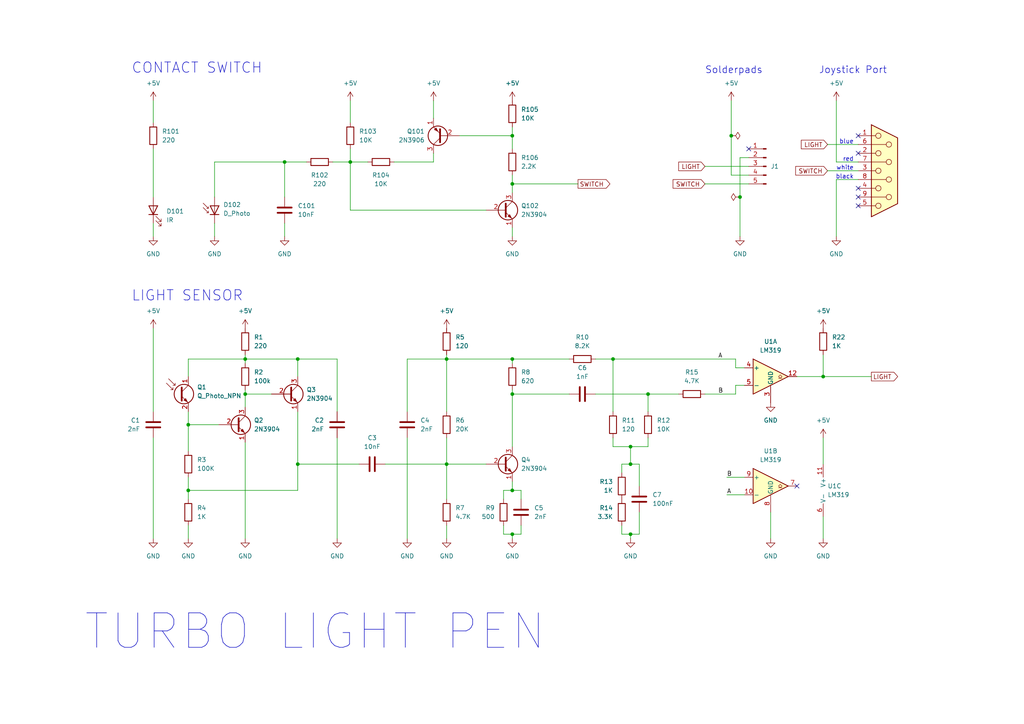
<source format=kicad_sch>
(kicad_sch (version 20230121) (generator eeschema)
  (paper "A4")
  (title_block (title "Turbo Light Pen") (date "2024-02-13") (rev "V001") (comment 1 "reverse engineered in 2024") (comment 2 "creativecommons.org/licenses/by-sa/4.0/") (comment 3 "License: CC BY-SA 4.0") (comment 4 "Author: InsaneDruid"))
  (lib_symbols
    (symbol "Comparator:LM319" (pin_names (offset 0.127))
      (property "Reference" "U" (at 0 6.35 0))
      (property "Value" "LM319" (at 0 3.81 0))
      (symbol "LM319_1_1"
        (polyline (pts (xy -5.08 5.08) (xy 5.08 0) (xy -5.08 -5.08) (xy -5.08 5.08) (xy -5.08 5.08)) (stroke (width 0.254)) (fill (type background)))
        (polyline (pts (xy 2.286 -0.508) (xy 2.794 -0.508) (xy 2.286 0) (xy 2.794 0.508) (xy 3.302 0) (xy 2.794 -0.508) (xy 3.302 -0.508)) (stroke (width 0.127)))
        (pin no_connect line (at 0 -2.54 90) (length 2.54) hide (name "NC") (number "1"))
        (pin open_collector line (at 7.62 0 180) (length 2.54) (name "~") (number "12"))
        (pin no_connect line (at 0 2.54 270) (length 2.54) hide (name "NC") (number "2"))
        (pin passive line (at 0 -7.62 90) (length 5.08) (name "GND") (number "3"))
        (pin input line (at -7.62 2.54 0) (length 2.54) (name "+") (number "4"))
        (pin input line (at -7.62 -2.54 0) (length 2.54) (name "-") (number "5"))
      )
      (symbol "LM319_2_1"
        (polyline (pts (xy -5.08 5.08) (xy 5.08 0) (xy -5.08 -5.08) (xy -5.08 5.08) (xy -5.08 5.08)) (stroke (width 0.254)) (fill (type background)))
        (polyline (pts (xy 3.302 -0.508) (xy 2.794 -0.508) (xy 3.302 0) (xy 2.794 0.508) (xy 2.286 0) (xy 2.794 -0.508) (xy 2.286 -0.508)) (stroke (width 0.127)))
        (pin input line (at -7.62 -2.54 0) (length 2.54) (name "-") (number "10"))
        (pin no_connect line (at 0 -2.54 90) (length 2.54) hide (name "NC") (number "13"))
        (pin no_connect line (at 0 2.54 270) (length 2.54) hide (name "NC") (number "14"))
        (pin open_collector line (at 7.62 0 180) (length 2.54) (name "~") (number "7"))
        (pin passive line (at 0 -7.62 90) (length 5.08) (name "GND") (number "8"))
        (pin input line (at -7.62 2.54 0) (length 2.54) (name "+") (number "9"))
      )
      (symbol "LM319_3_1"
        (pin power_in line (at -2.54 7.62 270) (length 3.81) (name "V+") (number "11"))
        (pin power_in line (at -2.54 -7.62 90) (length 3.81) (name "V-") (number "6"))
      )
    )
    (symbol "Connector:Conn_01x05_Pin" (pin_names (offset 1.016) hide)
      (property "Reference" "J" (at 0 7.62 0))
      (property "Value" "Conn_01x05_Pin" (at 0 -7.62 0))
      (symbol "Conn_01x05_Pin_1_1"
        (polyline (pts (xy 1.27 -5.08) (xy 0.8636 -5.08)) (stroke (width 0.1524)))
        (polyline (pts (xy 1.27 -2.54) (xy 0.8636 -2.54)) (stroke (width 0.1524)))
        (polyline (pts (xy 1.27 0) (xy 0.8636 0)) (stroke (width 0.1524)))
        (polyline (pts (xy 1.27 2.54) (xy 0.8636 2.54)) (stroke (width 0.1524)))
        (polyline (pts (xy 1.27 5.08) (xy 0.8636 5.08)) (stroke (width 0.1524)))
        (rectangle (start 0.8636 -4.953) (end 0 -5.207) (stroke (width 0.1524)) (fill (type outline)))
        (rectangle (start 0.8636 -2.413) (end 0 -2.667) (stroke (width 0.1524)) (fill (type outline)))
        (rectangle (start 0.8636 0.127) (end 0 -0.127) (stroke (width 0.1524)) (fill (type outline)))
        (rectangle (start 0.8636 2.667) (end 0 2.413) (stroke (width 0.1524)) (fill (type outline)))
        (rectangle (start 0.8636 5.207) (end 0 4.953) (stroke (width 0.1524)) (fill (type outline)))
        (pin passive line (at 5.08 5.08 180) (length 3.81) (name "Pin_1") (number "1"))
        (pin passive line (at 5.08 2.54 180) (length 3.81) (name "Pin_2") (number "2"))
        (pin passive line (at 5.08 0 180) (length 3.81) (name "Pin_3") (number "3"))
        (pin passive line (at 5.08 -2.54 180) (length 3.81) (name "Pin_4") (number "4"))
        (pin passive line (at 5.08 -5.08 180) (length 3.81) (name "Pin_5") (number "5"))
      )
    )
    (symbol "Connector:DE9_Receptacle" (pin_names (offset 1.016) hide)
      (property "Reference" "J" (at 0 13.97 0))
      (property "Value" "DE9_Receptacle" (at 0 -14.605 0))
      (symbol "DE9_Receptacle_0_1"
        (circle (center -1.778 -10.16) (radius 0.762))
        (circle (center -1.778 -5.08) (radius 0.762))
        (circle (center -1.778 0) (radius 0.762))
        (circle (center -1.778 5.08) (radius 0.762))
        (circle (center -1.778 10.16) (radius 0.762))
        (polyline (pts (xy -3.81 -10.16) (xy -2.54 -10.16)))
        (polyline (pts (xy -3.81 -7.62) (xy 0.508 -7.62)))
        (polyline (pts (xy -3.81 -5.08) (xy -2.54 -5.08)))
        (polyline (pts (xy -3.81 -2.54) (xy 0.508 -2.54)))
        (polyline (pts (xy -3.81 0) (xy -2.54 0)))
        (polyline (pts (xy -3.81 2.54) (xy 0.508 2.54)))
        (polyline (pts (xy -3.81 5.08) (xy -2.54 5.08)))
        (polyline (pts (xy -3.81 7.62) (xy 0.508 7.62)))
        (polyline (pts (xy -3.81 10.16) (xy -2.54 10.16)))
        (polyline (pts (xy -3.81 13.335) (xy -3.81 -13.335) (xy 3.81 -9.525) (xy 3.81 9.525) (xy -3.81 13.335)) (stroke (width 0.254)) (fill (type background)))
        (circle (center 1.27 -7.62) (radius 0.762))
        (circle (center 1.27 -2.54) (radius 0.762))
        (circle (center 1.27 2.54) (radius 0.762))
        (circle (center 1.27 7.62) (radius 0.762))
      )
      (symbol "DE9_Receptacle_1_1"
        (pin passive line (at -7.62 10.16 0) (length 3.81) (name "1") (number "1"))
        (pin passive line (at -7.62 5.08 0) (length 3.81) (name "2") (number "2"))
        (pin passive line (at -7.62 0 0) (length 3.81) (name "3") (number "3"))
        (pin passive line (at -7.62 -5.08 0) (length 3.81) (name "4") (number "4"))
        (pin passive line (at -7.62 -10.16 0) (length 3.81) (name "5") (number "5"))
        (pin passive line (at -7.62 7.62 0) (length 3.81) (name "6") (number "6"))
        (pin passive line (at -7.62 2.54 0) (length 3.81) (name "7") (number "7"))
        (pin passive line (at -7.62 -2.54 0) (length 3.81) (name "8") (number "8"))
        (pin passive line (at -7.62 -7.62 0) (length 3.81) (name "9") (number "9"))
      )
    )
    (symbol "Device:C" (pin_numbers hide) (pin_names (offset 0.254))
      (property "Reference" "C" (at 0.635 2.54 0))
      (property "Value" "C" (at 0.635 -2.54 0))
      (symbol "C_0_1"
        (polyline (pts (xy -2.032 -0.762) (xy 2.032 -0.762)) (stroke (width 0.508)))
        (polyline (pts (xy -2.032 0.762) (xy 2.032 0.762)) (stroke (width 0.508)))
      )
      (symbol "C_1_1"
        (pin passive line (at 0 3.81 270) (length 2.794) (name "~") (number "1"))
        (pin passive line (at 0 -3.81 90) (length 2.794) (name "~") (number "2"))
      )
    )
    (symbol "Device:D_Photo" (pin_numbers hide) (pin_names hide)
      (property "Reference" "D" (at 0.508 1.778 0))
      (property "Value" "D_Photo" (at -1.016 -2.794 0))
      (symbol "D_Photo_0_1"
        (polyline (pts (xy -2.54 1.27) (xy -2.54 -1.27)) (stroke (width 0.254)))
        (polyline (pts (xy -2.032 1.778) (xy -1.524 1.778)))
        (polyline (pts (xy 0 0) (xy -2.54 0)))
        (polyline (pts (xy -0.508 3.302) (xy -2.032 1.778) (xy -2.032 2.286)))
        (polyline (pts (xy 0 -1.27) (xy 0 1.27) (xy -2.54 0) (xy 0 -1.27)) (stroke (width 0.254)))
        (polyline (pts (xy 0.762 3.302) (xy -0.762 1.778) (xy -0.762 2.286) (xy -0.762 1.778) (xy -0.254 1.778)))
      )
      (symbol "D_Photo_1_1"
        (pin passive line (at -5.08 0 0) (length 2.54) (name "K") (number "1"))
        (pin passive line (at 2.54 0 180) (length 2.54) (name "A") (number "2"))
      )
    )
    (symbol "Device:LED" (pin_numbers hide) (pin_names (offset 1.016) hide)
      (property "Reference" "D" (at 0 2.54 0))
      (property "Value" "LED" (at 0 -2.54 0))
      (symbol "LED_0_1"
        (polyline (pts (xy -1.27 -1.27) (xy -1.27 1.27)) (stroke (width 0.254)))
        (polyline (pts (xy -1.27 0) (xy 1.27 0)))
        (polyline (pts (xy 1.27 -1.27) (xy 1.27 1.27) (xy -1.27 0) (xy 1.27 -1.27)) (stroke (width 0.254)))
        (polyline (pts (xy -3.048 -0.762) (xy -4.572 -2.286) (xy -3.81 -2.286) (xy -4.572 -2.286) (xy -4.572 -1.524)))
        (polyline (pts (xy -1.778 -0.762) (xy -3.302 -2.286) (xy -2.54 -2.286) (xy -3.302 -2.286) (xy -3.302 -1.524)))
      )
      (symbol "LED_1_1"
        (pin passive line (at -3.81 0 0) (length 2.54) (name "K") (number "1"))
        (pin passive line (at 3.81 0 180) (length 2.54) (name "A") (number "2"))
      )
    )
    (symbol "Device:Q_Photo_NPN" (pin_names (offset 0) hide)
      (property "Reference" "Q" (at 5.08 1.27 0))
      (property "Value" "Q_Photo_NPN" (at 5.08 -1.27 0))
      (symbol "Q_Photo_NPN_0_1"
        (polyline (pts (xy -1.905 1.27) (xy -2.54 1.27)))
        (polyline (pts (xy -1.27 2.54) (xy -1.905 2.54)))
        (polyline (pts (xy 0.635 0.635) (xy 2.54 2.54)))
        (polyline (pts (xy -3.81 3.175) (xy -1.905 1.27) (xy -1.905 1.905)))
        (polyline (pts (xy -3.175 4.445) (xy -1.27 2.54) (xy -1.27 3.175)))
        (polyline (pts (xy 0.635 -0.635) (xy 2.54 -2.54) (xy 2.54 -2.54)))
        (polyline (pts (xy 0.635 1.905) (xy 0.635 -1.905) (xy 0.635 -1.905)) (stroke (width 0.508)))
        (polyline (pts (xy 1.27 -1.778) (xy 1.778 -1.27) (xy 2.286 -2.286) (xy 1.27 -1.778) (xy 1.27 -1.778)) (fill (type outline)))
        (circle (center 1.27 0) (radius 2.8194) (stroke (width 0.254)))
      )
      (symbol "Q_Photo_NPN_1_1"
        (pin passive line (at 2.54 5.08 270) (length 2.54) (name "C") (number "1"))
        (pin passive line (at 2.54 -5.08 90) (length 2.54) (name "E") (number "2"))
      )
    )
    (symbol "Device:R" (pin_numbers hide) (pin_names (offset 0))
      (property "Reference" "R" (at 2.032 0 90))
      (property "Value" "R" (at 0 0 90))
      (symbol "R_0_1"
        (rectangle (start -1.016 -2.54) (end 1.016 2.54) (stroke (width 0.254)))
      )
      (symbol "R_1_1"
        (pin passive line (at 0 3.81 270) (length 1.27) (name "~") (number "1"))
        (pin passive line (at 0 -3.81 90) (length 1.27) (name "~") (number "2"))
      )
    )
    (symbol "Transistor_BJT:2N3904" (pin_names (offset 0) hide)
      (property "Reference" "Q" (at 5.08 1.905 0))
      (property "Value" "2N3904" (at 5.08 0 0))
      (symbol "2N3904_0_1"
        (polyline (pts (xy 0.635 0.635) (xy 2.54 2.54)))
        (polyline (pts (xy 0.635 -0.635) (xy 2.54 -2.54) (xy 2.54 -2.54)))
        (polyline (pts (xy 0.635 1.905) (xy 0.635 -1.905) (xy 0.635 -1.905)) (stroke (width 0.508)))
        (polyline (pts (xy 1.27 -1.778) (xy 1.778 -1.27) (xy 2.286 -2.286) (xy 1.27 -1.778) (xy 1.27 -1.778)) (fill (type outline)))
        (circle (center 1.27 0) (radius 2.8194) (stroke (width 0.254)))
      )
      (symbol "2N3904_1_1"
        (pin passive line (at 2.54 -5.08 90) (length 2.54) (name "E") (number "1"))
        (pin passive line (at -5.08 0 0) (length 5.715) (name "B") (number "2"))
        (pin passive line (at 2.54 5.08 270) (length 2.54) (name "C") (number "3"))
      )
    )
    (symbol "Transistor_BJT:2N3906" (pin_names (offset 0) hide)
      (property "Reference" "Q" (at 5.08 1.905 0))
      (property "Value" "2N3906" (at 5.08 0 0))
      (symbol "2N3906_0_1"
        (polyline (pts (xy 0.635 0.635) (xy 2.54 2.54)))
        (polyline (pts (xy 0.635 -0.635) (xy 2.54 -2.54) (xy 2.54 -2.54)))
        (polyline (pts (xy 0.635 1.905) (xy 0.635 -1.905) (xy 0.635 -1.905)) (stroke (width 0.508)))
        (polyline (pts (xy 2.286 -1.778) (xy 1.778 -2.286) (xy 1.27 -1.27) (xy 2.286 -1.778) (xy 2.286 -1.778)) (fill (type outline)))
        (circle (center 1.27 0) (radius 2.8194) (stroke (width 0.254)))
      )
      (symbol "2N3906_1_1"
        (pin passive line (at 2.54 -5.08 90) (length 2.54) (name "E") (number "1"))
        (pin input line (at -5.08 0 0) (length 5.715) (name "B") (number "2"))
        (pin passive line (at 2.54 5.08 270) (length 2.54) (name "C") (number "3"))
      )
    )
    (symbol "power:+5V" (power) (pin_names (offset 0))
      (property "Value" "+5V" (at 0 3.556 0))
      (symbol "+5V_0_1"
        (polyline (pts (xy -0.762 1.27) (xy 0 2.54)))
        (polyline (pts (xy 0 0) (xy 0 2.54)))
        (polyline (pts (xy 0 2.54) (xy 0.762 1.27)))
      )
      (symbol "+5V_1_1"
        (pin power_in line (at 0 0 90) (length 0) hide (name "+5V") (number "1"))
      )
    )
    (symbol "power:GND" (power) (pin_names (offset 0))
      (property "Value" "GND" (at 0 -3.81 0))
      (symbol "GND_0_1"
        (polyline (pts (xy 0 0) (xy 0 -1.27) (xy 1.27 -1.27) (xy 0 -2.54) (xy -1.27 -1.27) (xy 0 -1.27)))
      )
      (symbol "GND_1_1"
        (pin power_in line (at 0 0 270) (length 0) hide (name "GND") (number "1"))
      )
    )
    (symbol "power:PWR_FLAG" (power) (pin_numbers hide) (pin_names (offset 0) hide)
      (property "Value" "PWR_FLAG" (at 0 3.81 0))
      (symbol "PWR_FLAG_0_0"
        (pin power_out line (at 0 0 90) (length 0) (name "pwr") (number "1"))
      )
      (symbol "PWR_FLAG_0_1"
        (polyline (pts (xy 0 0) (xy 0 1.27) (xy -1.016 1.905) (xy 0 2.54) (xy 1.016 1.905) (xy 0 1.27)))
      )
    )
  )
  (junction (at 148.59 154.94))
  (junction (at 129.54 134.62))
  (junction (at 212.09 39.37))
  (junction (at 182.88 129.54))
  (junction (at 214.63 57.15))
  (junction (at 187.96 114.3))
  (junction (at 148.59 142.24))
  (junction (at 54.61 123.19))
  (junction (at 148.59 53.34))
  (junction (at 182.88 134.62))
  (junction (at 82.55 46.99))
  (junction (at 177.8 104.14))
  (junction (at 129.54 104.14))
  (junction (at 182.88 154.94))
  (junction (at 148.59 39.37))
  (junction (at 71.12 114.3))
  (junction (at 86.36 104.14))
  (junction (at 71.12 104.14))
  (junction (at 148.59 104.14))
  (junction (at 148.59 114.3))
  (junction (at 238.76 109.22))
  (junction (at 86.36 134.62))
  (junction (at 101.6 46.99))
  (junction (at 54.61 142.24))
  (no_connect (at 248.92 59.69))
  (no_connect (at 231.14 140.97))
  (no_connect (at 248.92 57.15))
  (no_connect (at 217.17 43.18))
  (no_connect (at 248.92 39.37))
  (no_connect (at 248.92 44.45))
  (no_connect (at 248.92 54.61))
  (wire (pts (xy 71.12 104.14) (xy 71.12 105.41)))
  (wire (pts (xy 180.34 152.4) (xy 180.34 154.94)))
  (wire (pts (xy 82.55 64.77) (xy 82.55 68.58)))
  (wire (pts (xy 82.55 46.99) (xy 82.55 57.15)))
  (wire (pts (xy 238.76 156.21) (xy 238.76 149.86)))
  (wire (pts (xy 54.61 119.38) (xy 54.61 123.19)))
  (wire (pts (xy 213.36 111.76) (xy 213.36 114.3)))
  (wire (pts (xy 101.6 46.99) (xy 106.68 46.99)))
  (wire (pts (xy 148.59 114.3) (xy 148.59 129.54)))
  (wire (pts (xy 177.8 127) (xy 177.8 129.54)))
  (wire (pts (xy 129.54 134.62) (xy 140.97 134.62)))
  (wire (pts (xy 182.88 154.94) (xy 185.42 154.94)))
  (wire (pts (xy 97.79 104.14) (xy 97.79 119.38)))
  (wire (pts (xy 71.12 156.21) (xy 71.12 128.27)))
  (wire (pts (xy 71.12 114.3) (xy 71.12 118.11)))
  (wire (pts (xy 180.34 154.94) (xy 182.88 154.94)))
  (wire (pts (xy 187.96 127) (xy 187.96 129.54)))
  (wire (pts (xy 177.8 104.14) (xy 177.8 119.38)))
  (wire (pts (xy 97.79 104.14) (xy 86.36 104.14)))
  (wire (pts (xy 148.59 154.94) (xy 151.13 154.94)))
  (wire (pts (xy 118.11 104.14) (xy 118.11 119.38)))
  (wire (pts (xy 86.36 104.14) (xy 86.36 109.22)))
  (wire (pts (xy 129.54 102.87) (xy 129.54 104.14)))
  (wire (pts (xy 148.59 113.03) (xy 148.59 114.3)))
  (wire (pts (xy 148.59 104.14) (xy 165.1 104.14)))
  (wire (pts (xy 44.45 64.77) (xy 44.45 68.58)))
  (wire (pts (xy 125.73 29.21) (xy 125.73 34.29)))
  (wire (pts (xy 148.59 36.83) (xy 148.59 39.37)))
  (wire (pts (xy 185.42 148.59) (xy 185.42 154.94)))
  (wire (pts (xy 231.14 109.22) (xy 238.76 109.22)))
  (wire (pts (xy 172.72 114.3) (xy 187.96 114.3)))
  (wire (pts (xy 242.57 29.21) (xy 242.57 46.99)))
  (wire (pts (xy 210.82 143.51) (xy 215.9 143.51)))
  (wire (pts (xy 54.61 138.43) (xy 54.61 142.24)))
  (wire (pts (xy 214.63 45.72) (xy 217.17 45.72)))
  (wire (pts (xy 177.8 104.14) (xy 213.36 104.14)))
  (wire (pts (xy 54.61 142.24) (xy 86.36 142.24)))
  (wire (pts (xy 96.52 46.99) (xy 101.6 46.99)))
  (wire (pts (xy 212.09 50.8) (xy 212.09 39.37)))
  (wire (pts (xy 223.52 148.59) (xy 223.52 156.21)))
  (wire (pts (xy 148.59 104.14) (xy 148.59 105.41)))
  (wire (pts (xy 240.03 41.91) (xy 248.92 41.91)))
  (wire (pts (xy 54.61 104.14) (xy 71.12 104.14)))
  (wire (pts (xy 151.13 142.24) (xy 151.13 144.78)))
  (wire (pts (xy 214.63 68.58) (xy 214.63 57.15)))
  (wire (pts (xy 212.09 29.21) (xy 212.09 39.37)))
  (wire (pts (xy 172.72 104.14) (xy 177.8 104.14)))
  (wire (pts (xy 213.36 111.76) (xy 215.9 111.76)))
  (wire (pts (xy 204.47 53.34) (xy 217.17 53.34)))
  (wire (pts (xy 101.6 43.18) (xy 101.6 46.99)))
  (wire (pts (xy 129.54 134.62) (xy 129.54 144.78)))
  (wire (pts (xy 210.82 138.43) (xy 215.9 138.43)))
  (wire (pts (xy 182.88 154.94) (xy 182.88 156.21)))
  (wire (pts (xy 129.54 104.14) (xy 148.59 104.14)))
  (wire (pts (xy 129.54 104.14) (xy 129.54 119.38)))
  (wire (pts (xy 54.61 123.19) (xy 54.61 130.81)))
  (wire (pts (xy 101.6 46.99) (xy 101.6 60.96)))
  (wire (pts (xy 146.05 142.24) (xy 148.59 142.24)))
  (wire (pts (xy 44.45 43.18) (xy 44.45 57.15)))
  (wire (pts (xy 71.12 113.03) (xy 71.12 114.3)))
  (wire (pts (xy 148.59 142.24) (xy 151.13 142.24)))
  (wire (pts (xy 213.36 106.68) (xy 215.9 106.68)))
  (wire (pts (xy 212.09 50.8) (xy 217.17 50.8)))
  (wire (pts (xy 44.45 119.38) (xy 44.45 95.25)))
  (wire (pts (xy 242.57 52.07) (xy 242.57 68.58)))
  (wire (pts (xy 214.63 45.72) (xy 214.63 57.15)))
  (wire (pts (xy 78.74 114.3) (xy 71.12 114.3)))
  (wire (pts (xy 86.36 134.62) (xy 86.36 142.24)))
  (wire (pts (xy 204.47 114.3) (xy 213.36 114.3)))
  (wire (pts (xy 82.55 46.99) (xy 88.9 46.99)))
  (wire (pts (xy 71.12 102.87) (xy 71.12 104.14)))
  (wire (pts (xy 187.96 114.3) (xy 187.96 119.38)))
  (wire (pts (xy 151.13 152.4) (xy 151.13 154.94)))
  (wire (pts (xy 182.88 134.62) (xy 185.42 134.62)))
  (wire (pts (xy 180.34 134.62) (xy 180.34 137.16)))
  (wire (pts (xy 62.23 64.77) (xy 62.23 68.58)))
  (wire (pts (xy 248.92 46.99) (xy 242.57 46.99)))
  (wire (pts (xy 177.8 129.54) (xy 182.88 129.54)))
  (wire (pts (xy 86.36 134.62) (xy 86.36 119.38)))
  (wire (pts (xy 146.05 154.94) (xy 148.59 154.94)))
  (wire (pts (xy 238.76 109.22) (xy 252.73 109.22)))
  (wire (pts (xy 125.73 44.45) (xy 125.73 46.99)))
  (wire (pts (xy 118.11 127) (xy 118.11 156.21)))
  (wire (pts (xy 146.05 142.24) (xy 146.05 144.78)))
  (wire (pts (xy 54.61 109.22) (xy 54.61 104.14)))
  (wire (pts (xy 148.59 50.8) (xy 148.59 53.34)))
  (wire (pts (xy 62.23 46.99) (xy 82.55 46.99)))
  (wire (pts (xy 86.36 134.62) (xy 104.14 134.62)))
  (wire (pts (xy 238.76 102.87) (xy 238.76 109.22)))
  (wire (pts (xy 133.35 39.37) (xy 148.59 39.37)))
  (wire (pts (xy 185.42 134.62) (xy 185.42 140.97)))
  (wire (pts (xy 148.59 53.34) (xy 167.64 53.34)))
  (wire (pts (xy 62.23 46.99) (xy 62.23 57.15)))
  (wire (pts (xy 148.59 114.3) (xy 165.1 114.3)))
  (wire (pts (xy 129.54 156.21) (xy 129.54 152.4)))
  (wire (pts (xy 148.59 66.04) (xy 148.59 68.58)))
  (wire (pts (xy 248.92 52.07) (xy 242.57 52.07)))
  (wire (pts (xy 54.61 123.19) (xy 63.5 123.19)))
  (wire (pts (xy 114.3 46.99) (xy 125.73 46.99)))
  (wire (pts (xy 204.47 48.26) (xy 217.17 48.26)))
  (wire (pts (xy 101.6 60.96) (xy 140.97 60.96)))
  (wire (pts (xy 111.76 134.62) (xy 129.54 134.62)))
  (wire (pts (xy 97.79 127) (xy 97.79 156.21)))
  (wire (pts (xy 240.03 49.53) (xy 248.92 49.53)))
  (wire (pts (xy 182.88 129.54) (xy 182.88 134.62)))
  (wire (pts (xy 148.59 139.7) (xy 148.59 142.24)))
  (wire (pts (xy 238.76 127) (xy 238.76 134.62)))
  (wire (pts (xy 129.54 127) (xy 129.54 134.62)))
  (wire (pts (xy 44.45 29.21) (xy 44.45 35.56)))
  (wire (pts (xy 54.61 142.24) (xy 54.61 144.78)))
  (wire (pts (xy 101.6 29.21) (xy 101.6 35.56)))
  (wire (pts (xy 180.34 134.62) (xy 182.88 134.62)))
  (wire (pts (xy 146.05 152.4) (xy 146.05 154.94)))
  (wire (pts (xy 148.59 39.37) (xy 148.59 43.18)))
  (wire (pts (xy 148.59 55.88) (xy 148.59 53.34)))
  (wire (pts (xy 118.11 104.14) (xy 129.54 104.14)))
  (wire (pts (xy 86.36 104.14) (xy 71.12 104.14)))
  (wire (pts (xy 148.59 154.94) (xy 148.59 156.21)))
  (wire (pts (xy 213.36 104.14) (xy 213.36 106.68)))
  (wire (pts (xy 54.61 156.21) (xy 54.61 152.4)))
  (wire (pts (xy 187.96 114.3) (xy 196.85 114.3)))
  (wire (pts (xy 44.45 127) (xy 44.45 156.21)))
  (wire (pts (xy 182.88 129.54) (xy 187.96 129.54)))
  (text "black" (at 247.65 52.07 0) (effects (font (size 1.27 1.27)) (justify right bottom)))
  (text "Joystick Port" (at 237.49 21.59 0) (effects (font (size 2 2)) (justify left bottom)))
  (text "TURBO LIGHT PEN" (at 24.13 189.23 0) (effects (font (size 10 10)) (justify left bottom)))
  (text "white" (at 247.65 49.53 0) (effects (font (size 1.27 1.27)) (justify right bottom)))
  (text "red" (at 247.65 46.99 0) (effects (font (size 1.27 1.27)) (justify right bottom)))
  (text "blue" (at 247.65 41.91 0) (effects (font (size 1.27 1.27)) (justify right bottom)))
  (text "CONTACT SWITCH" (at 38.1 21.59 0) (effects (font (size 3 3)) (justify left bottom)))
  (text "LIGHT SENSOR" (at 38.1 87.63 0) (effects (font (size 3 3)) (justify left bottom)))
  (text "Solderpads" (at 204.47 21.59 0) (effects (font (size 2 2)) (justify left bottom)))
  (label "A" (at 210.82 143.51 0))
  (label "B" (at 210.82 138.43 0))
  (label "B" (at 208.28 114.3 0))
  (label "A" (at 208.28 104.14 0))
  (global_label "SWITCH" (shape output) (at 167.64 53.34 0) (property "Intersheetrefs" "${INTERSHEET_REFS}" (effects hide)))
  (global_label "LIGHT" (shape input) (at 204.47 48.26 180) (property "Intersheetrefs" "${INTERSHEET_REFS}" (effects hide)))
  (global_label "LIGHT" (shape output) (at 252.73 109.22 0) (property "Intersheetrefs" "${INTERSHEET_REFS}" (effects hide)))
  (global_label "LIGHT" (shape input) (at 240.03 41.91 180) (property "Intersheetrefs" "${INTERSHEET_REFS}" (effects hide)))
  (global_label "SWITCH" (shape input) (at 204.47 53.34 180) (property "Intersheetrefs" "${INTERSHEET_REFS}" (effects hide)))
  (global_label "SWITCH" (shape input) (at 240.03 49.53 180) (property "Intersheetrefs" "${INTERSHEET_REFS}" (effects hide)))
  (symbol (lib_id "power:GND") (at 44.45 156.21 0) (unit 1)
    (property "Reference" "#PWR02" (effects hide))
    (property "Value" "GND" (at 44.45 161.29 0))
  )
  (symbol (lib_id "Device:R") (at 238.76 99.06 0) (unit 1)
    (property "Reference" "R22" (at 241.3 97.79 0) (effects (justify left)))
    (property "Value" "1K" (at 241.3 100.33 0) (effects (justify left)))
    (property "Footprint" "turbo-lightpen_lib_fp:R_Axial_DIN0204_L3.6mm_D1.6mm_P7.62mm_Horizontal" (effects hide))
  )
  (symbol (lib_id "power:GND") (at 242.57 68.58 0) (unit 1)
    (property "Reference" "#PWR027" (effects hide))
    (property "Value" "GND" (at 242.57 73.66 0))
  )
  (symbol (lib_id "power:+5V") (at 129.54 95.25 0) (unit 1)
    (property "Reference" "#PWR015" (effects hide))
    (property "Value" "+5V" (at 129.54 90.17 0))
  )
  (symbol (lib_id "Transistor_BJT:2N3904") (at 68.58 123.19 0) (unit 1)
    (property "Reference" "Q2" (at 73.66 121.92 0) (effects (justify left)))
    (property "Value" "2N3904" (at 73.66 124.46 0) (effects (justify left)))
    (property "Footprint" "turbo-lightpen_lib_fp:TO-92_Inline" (effects hide))
    (property "Datasheet" "https://www.onsemi.com/pub/Collateral/2N3903-D.PDF" (effects hide))
  )
  (symbol (lib_id "power:+5V") (at 44.45 29.21 0) (unit 1)
    (property "Reference" "#PWR03" (effects hide))
    (property "Value" "+5V" (at 44.45 24.13 0))
  )
  (symbol (lib_id "power:GND") (at 223.52 116.84 0) (unit 1)
    (property "Reference" "#PWR020" (effects hide))
    (property "Value" "GND" (at 223.52 121.92 0))
  )
  (symbol (lib_id "Device:R") (at 177.8 123.19 0) (unit 1)
    (property "Reference" "R11" (at 180.34 121.92 0) (effects (justify left)))
    (property "Value" "120" (at 180.34 124.46 0) (effects (justify left)))
    (property "Footprint" "turbo-lightpen_lib_fp:R_Axial_DIN0204_L3.6mm_D1.6mm_P7.62mm_Horizontal" (effects hide))
  )
  (symbol (lib_id "power:PWR_FLAG") (at 212.09 39.37 270) (unit 1)
    (property "Reference" "#FLG02" (effects hide))
    (property "Value" "PWR_FLAG" (effects hide))
  )
  (symbol (lib_id "Device:R") (at 54.61 148.59 0) (unit 1)
    (property "Reference" "R4" (at 57.15 147.32 0) (effects (justify left)))
    (property "Value" "1K" (at 57.15 149.86 0) (effects (justify left)))
    (property "Footprint" "turbo-lightpen_lib_fp:R_Axial_DIN0204_L3.6mm_D1.6mm_P7.62mm_Horizontal" (effects hide))
  )
  (symbol (lib_id "Comparator:LM319") (at 223.52 109.22 0) (unit 1)
    (property "Reference" "U1" (at 223.52 99.06 0))
    (property "Value" "LM319" (at 223.52 101.6 0))
    (property "Footprint" "turbo-lightpen_lib_fp:DIP-14_W7.62mm" (effects hide))
    (property "Datasheet" "http://www.ti.com/lit/ds/symlink/lm319-n.pdf" (effects hide))
  )
  (symbol (lib_id "Device:R") (at 92.71 46.99 90) (unit 1)
    (property "Reference" "R102" (at 92.71 50.8 90))
    (property "Value" "220" (at 92.71 53.34 90))
    (property "Footprint" "turbo-lightpen_lib_fp:R_Axial_DIN0204_L3.6mm_D1.6mm_P7.62mm_Horizontal" (effects hide))
  )
  (symbol (lib_id "power:+5V") (at 125.73 29.21 0) (unit 1)
    (property "Reference" "#PWR011" (effects hide))
    (property "Value" "+5V" (at 125.73 24.13 0))
  )
  (symbol (lib_id "power:+5V") (at 238.76 95.25 0) (unit 1)
    (property "Reference" "#PWR021" (effects hide))
    (property "Value" "+5V" (at 238.76 90.17 0))
  )
  (symbol (lib_id "power:GND") (at 62.23 68.58 0) (unit 1)
    (property "Reference" "#PWR06" (effects hide))
    (property "Value" "GND" (at 62.23 73.66 0))
  )
  (symbol (lib_id "Comparator:LM319") (at 223.52 140.97 0) (unit 2)
    (property "Reference" "U1" (at 223.52 130.81 0))
    (property "Value" "LM319" (at 223.52 133.35 0))
    (property "Footprint" "turbo-lightpen_lib_fp:DIP-14_W7.62mm" (effects hide))
    (property "Datasheet" "http://www.ti.com/lit/ds/symlink/lm319-n.pdf" (effects hide))
  )
  (symbol (lib_id "Device:R") (at 200.66 114.3 90) (unit 1)
    (property "Reference" "R15" (at 200.66 107.95 90))
    (property "Value" "4.7K" (at 200.66 110.49 90))
    (property "Footprint" "turbo-lightpen_lib_fp:R_Axial_DIN0204_L3.6mm_D1.6mm_P7.62mm_Horizontal" (effects hide))
  )
  (symbol (lib_id "power:GND") (at 148.59 68.58 0) (unit 1)
    (property "Reference" "#PWR014" (effects hide))
    (property "Value" "GND" (at 148.59 73.66 0))
  )
  (symbol (lib_id "Device:R") (at 187.96 123.19 0) (unit 1)
    (property "Reference" "R12" (at 190.5 121.92 0) (effects (justify left)))
    (property "Value" "10K" (at 190.5 124.46 0) (effects (justify left)))
    (property "Footprint" "turbo-lightpen_lib_fp:R_Axial_DIN0204_L3.6mm_D1.6mm_P7.62mm_Horizontal" (effects hide))
  )
  (symbol (lib_id "Transistor_BJT:2N3904") (at 146.05 60.96 0) (unit 1)
    (property "Reference" "Q102" (at 151.13 59.69 0) (effects (justify left)))
    (property "Value" "2N3904" (at 151.13 62.23 0) (effects (justify left)))
    (property "Footprint" "turbo-lightpen_lib_fp:TO-92_Inline" (effects hide))
    (property "Datasheet" "https://www.onsemi.com/pub/Collateral/2N3903-D.PDF" (effects hide))
  )
  (symbol (lib_id "Device:C") (at 107.95 134.62 90) (unit 1)
    (property "Reference" "C3" (at 107.95 127 90))
    (property "Value" "10nF" (at 107.95 129.54 90))
    (property "Footprint" "Capacitor_THT:C_Disc_D3.0mm_W1.6mm_P2.50mm" (effects hide))
  )
  (symbol (lib_id "power:GND") (at 223.52 156.21 0) (unit 1)
    (property "Reference" "#PWR019" (effects hide))
    (property "Value" "GND" (at 223.52 161.29 0))
  )
  (symbol (lib_id "power:+5V") (at 148.59 29.21 0) (unit 1)
    (property "Reference" "#PWR013" (effects hide))
    (property "Value" "+5V" (at 148.59 24.13 0))
  )
  (symbol (lib_id "power:+5V") (at 101.6 29.21 0) (unit 1)
    (property "Reference" "#PWR09" (effects hide))
    (property "Value" "+5V" (at 101.6 24.13 0))
  )
  (symbol (lib_id "Device:R") (at 180.34 140.97 0) (unit 1)
    (property "Reference" "R13" (at 177.8 139.7 0) (effects (justify right)))
    (property "Value" "1K" (at 177.8 142.24 0) (effects (justify right)))
    (property "Footprint" "turbo-lightpen_lib_fp:R_Axial_DIN0204_L3.6mm_D1.6mm_P7.62mm_Horizontal" (effects hide))
  )
  (symbol (lib_id "Device:R") (at 101.6 39.37 0) (unit 1)
    (property "Reference" "R103" (at 104.14 38.1 0) (effects (justify left)))
    (property "Value" "10K" (at 104.14 40.64 0) (effects (justify left)))
    (property "Footprint" "turbo-lightpen_lib_fp:R_Axial_DIN0204_L3.6mm_D1.6mm_P7.62mm_Horizontal" (effects hide))
  )
  (symbol (lib_id "Transistor_BJT:2N3904") (at 83.82 114.3 0) (unit 1)
    (property "Reference" "Q3" (at 88.9 113.03 0) (effects (justify left)))
    (property "Value" "2N3904" (at 88.9 115.57 0) (effects (justify left)))
    (property "Footprint" "turbo-lightpen_lib_fp:TO-92_Inline" (effects hide))
    (property "Datasheet" "https://www.onsemi.com/pub/Collateral/2N3903-D.PDF" (effects hide))
  )
  (symbol (lib_id "power:+5V") (at 71.12 95.25 0) (unit 1)
    (property "Reference" "#PWR024" (effects hide))
    (property "Value" "+5V" (at 71.12 90.17 0))
  )
  (symbol (lib_id "Device:R") (at 129.54 123.19 0) (unit 1)
    (property "Reference" "R6" (at 132.08 121.92 0) (effects (justify left)))
    (property "Value" "20K" (at 132.08 124.46 0) (effects (justify left)))
    (property "Footprint" "turbo-lightpen_lib_fp:R_Axial_DIN0204_L3.6mm_D1.6mm_P7.62mm_Horizontal" (effects hide))
  )
  (symbol (lib_id "power:GND") (at 71.12 156.21 0) (unit 1)
    (property "Reference" "#PWR07" (effects hide))
    (property "Value" "GND" (at 71.12 161.29 0))
  )
  (symbol (lib_id "Comparator:LM319") (at 241.3 142.24 0) (unit 3)
    (property "Reference" "U1" (at 240.03 140.97 0) (effects (justify left)))
    (property "Value" "LM319" (at 240.03 143.51 0) (effects (justify left)))
    (property "Footprint" "turbo-lightpen_lib_fp:DIP-14_W7.62mm" (effects hide))
    (property "Datasheet" "http://www.ti.com/lit/ds/symlink/lm319-n.pdf" (effects hide))
  )
  (symbol (lib_id "Device:D_Photo") (at 62.23 59.69 90) (unit 1)
    (property "Reference" "D102" (at 64.77 59.3725 90) (effects (justify right)))
    (property "Value" "D_Photo" (at 64.77 61.9125 90) (effects (justify right)))
    (property "Footprint" "LED_THT:LED_Rectangular_W3.0mm_H2.0mm" (effects hide))
  )
  (symbol (lib_id "power:+5V") (at 238.76 127 0) (unit 1)
    (property "Reference" "#PWR022" (effects hide))
    (property "Value" "+5V" (at 238.76 121.92 0))
  )
  (symbol (lib_id "power:GND") (at 54.61 156.21 0) (unit 1)
    (property "Reference" "#PWR05" (effects hide))
    (property "Value" "GND" (at 54.61 161.29 0))
  )
  (symbol (lib_id "Device:C") (at 44.45 123.19 0) (mirror x) (unit 1)
    (property "Reference" "C1" (at 40.64 121.92 0) (effects (justify right)))
    (property "Value" "2nF" (at 40.64 124.46 0) (effects (justify right)))
    (property "Footprint" "Capacitor_THT:C_Disc_D3.0mm_W1.6mm_P2.50mm" (effects hide))
  )
  (symbol (lib_id "Device:R") (at 146.05 148.59 0) (unit 1)
    (property "Reference" "R9" (at 143.51 147.32 0) (effects (justify right)))
    (property "Value" "500" (at 143.51 149.86 0) (effects (justify right)))
    (property "Footprint" "turbo-lightpen_lib_fp:R_Axial_DIN0204_L3.6mm_D1.6mm_P7.62mm_Horizontal" (effects hide))
  )
  (symbol (lib_id "Device:C") (at 82.55 60.96 0) (unit 1)
    (property "Reference" "C101" (at 86.36 59.69 0) (effects (justify left)))
    (property "Value" "10nF" (at 86.36 62.23 0) (effects (justify left)))
    (property "Footprint" "Capacitor_THT:C_Disc_D3.0mm_W1.6mm_P2.50mm" (effects hide))
  )
  (symbol (lib_id "Device:R") (at 129.54 148.59 0) (unit 1)
    (property "Reference" "R7" (at 132.08 147.32 0) (effects (justify left)))
    (property "Value" "4.7K" (at 132.08 149.86 0) (effects (justify left)))
    (property "Footprint" "turbo-lightpen_lib_fp:R_Axial_DIN0204_L3.6mm_D1.6mm_P7.62mm_Horizontal" (effects hide))
  )
  (symbol (lib_id "Transistor_BJT:2N3904") (at 146.05 134.62 0) (unit 1)
    (property "Reference" "Q4" (at 151.13 133.35 0) (effects (justify left)))
    (property "Value" "2N3904" (at 151.13 135.89 0) (effects (justify left)))
    (property "Footprint" "turbo-lightpen_lib_fp:TO-92_Inline" (effects hide))
    (property "Datasheet" "https://www.onsemi.com/pub/Collateral/2N3903-D.PDF" (effects hide))
  )
  (symbol (lib_id "Connector:Conn_01x05_Pin") (at 222.25 48.26 0) (mirror y) (unit 1) (in_bom no)
    (property "Reference" "J1" (at 223.52 48.26 0) (effects (justify right)))
    (property "Value" "Conn_01x05_Pin" (effects hide))
    (property "Footprint" "turbo-lightpen_lib_fp:Cablepad_01x05" (effects hide))
  )
  (symbol (lib_id "Connector:DE9_Receptacle") (at 256.54 49.53 0) (unit 1) (in_bom no) (on_board no)
    (property "Reference" "J2" (effects hide))
    (property "Value" "Joystick Cable" (effects hide))
    (property "Datasheet" " ~" (effects hide))
  )
  (symbol (lib_id "power:GND") (at 44.45 68.58 0) (unit 1)
    (property "Reference" "#PWR04" (effects hide))
    (property "Value" "GND" (at 44.45 73.66 0))
  )
  (symbol (lib_id "power:GND") (at 182.88 156.21 0) (unit 1)
    (property "Reference" "#PWR017" (effects hide))
    (property "Value" "GND" (at 182.88 161.29 0))
  )
  (symbol (lib_id "Device:R") (at 168.91 104.14 90) (unit 1)
    (property "Reference" "R10" (at 168.91 97.79 90))
    (property "Value" "8.2K" (at 168.91 100.33 90))
    (property "Footprint" "turbo-lightpen_lib_fp:R_Axial_DIN0204_L3.6mm_D1.6mm_P7.62mm_Horizontal" (effects hide))
  )
  (symbol (lib_id "power:PWR_FLAG") (at 214.63 57.15 90) (unit 1)
    (property "Reference" "#FLG01" (effects hide))
    (property "Value" "PWR_FLAG" (effects hide))
  )
  (symbol (lib_id "Device:R") (at 44.45 39.37 0) (unit 1)
    (property "Reference" "R101" (at 46.99 38.1 0) (effects (justify left)))
    (property "Value" "220" (at 46.99 40.64 0) (effects (justify left)))
    (property "Footprint" "turbo-lightpen_lib_fp:R_Axial_DIN0204_L3.6mm_D1.6mm_P7.62mm_Horizontal" (effects hide))
  )
  (symbol (lib_id "Device:R") (at 148.59 33.02 0) (unit 1)
    (property "Reference" "R105" (at 151.13 31.75 0) (effects (justify left)))
    (property "Value" "10K" (at 151.13 34.29 0) (effects (justify left)))
    (property "Footprint" "turbo-lightpen_lib_fp:R_Axial_DIN0204_L3.6mm_D1.6mm_P7.62mm_Horizontal" (effects hide))
  )
  (symbol (lib_id "Transistor_BJT:2N3906") (at 128.27 39.37 180) (unit 1)
    (property "Reference" "Q101" (at 123.19 38.1 0) (effects (justify left)))
    (property "Value" "2N3906" (at 123.19 40.64 0) (effects (justify left)))
    (property "Footprint" "turbo-lightpen_lib_fp:TO-92_Inline" (effects hide))
    (property "Datasheet" "https://www.onsemi.com/pub/Collateral/2N3906-D.PDF" (effects hide))
  )
  (symbol (lib_id "power:+5V") (at 212.09 29.21 0) (unit 1)
    (property "Reference" "#PWR025" (effects hide))
    (property "Value" "+5V" (at 212.09 24.13 0))
  )
  (symbol (lib_id "Device:C") (at 151.13 148.59 0) (unit 1)
    (property "Reference" "C5" (at 154.94 147.32 0) (effects (justify left)))
    (property "Value" "2nF" (at 154.94 149.86 0) (effects (justify left)))
    (property "Footprint" "Capacitor_THT:C_Disc_D3.0mm_W1.6mm_P2.50mm" (effects hide))
  )
  (symbol (lib_id "power:+5V") (at 242.57 29.21 0) (unit 1)
    (property "Reference" "#PWR028" (effects hide))
    (property "Value" "+5V" (at 242.57 24.13 0))
  )
  (symbol (lib_id "Device:R") (at 180.34 148.59 0) (unit 1)
    (property "Reference" "R14" (at 177.8 147.32 0) (effects (justify right)))
    (property "Value" "3.3K" (at 177.8 149.86 0) (effects (justify right)))
    (property "Footprint" "turbo-lightpen_lib_fp:R_Axial_DIN0204_L3.6mm_D1.6mm_P7.62mm_Horizontal" (effects hide))
  )
  (symbol (lib_id "Device:R") (at 129.54 99.06 0) (unit 1)
    (property "Reference" "R5" (at 132.08 97.79 0) (effects (justify left)))
    (property "Value" "120" (at 132.08 100.33 0) (effects (justify left)))
    (property "Footprint" "turbo-lightpen_lib_fp:R_Axial_DIN0204_L3.6mm_D1.6mm_P7.62mm_Horizontal" (effects hide))
  )
  (symbol (lib_id "Device:LED") (at 44.45 60.96 90) (unit 1)
    (property "Reference" "D101" (at 48.26 61.2775 90) (effects (justify right)))
    (property "Value" "IR" (at 48.26 63.8175 90) (effects (justify right)))
    (property "Footprint" "LED_THT:LED_Rectangular_W3.0mm_H2.0mm" (effects hide))
  )
  (symbol (lib_id "Device:C") (at 168.91 114.3 90) (unit 1)
    (property "Reference" "C6" (at 168.91 106.68 90))
    (property "Value" "1nF" (at 168.91 109.22 90))
    (property "Footprint" "Capacitor_THT:C_Disc_D3.0mm_W1.6mm_P2.50mm" (effects hide))
  )
  (symbol (lib_id "power:GND") (at 238.76 156.21 0) (unit 1)
    (property "Reference" "#PWR023" (effects hide))
    (property "Value" "GND" (at 238.76 161.29 0))
  )
  (symbol (lib_id "power:GND") (at 82.55 68.58 0) (unit 1)
    (property "Reference" "#PWR08" (effects hide))
    (property "Value" "GND" (at 82.55 73.66 0))
  )
  (symbol (lib_id "Device:C") (at 185.42 144.78 0) (unit 1)
    (property "Reference" "C7" (at 189.23 143.51 0) (effects (justify left)))
    (property "Value" "100nF" (at 189.23 146.05 0) (effects (justify left)))
    (property "Footprint" "Capacitor_THT:C_Disc_D3.0mm_W1.6mm_P2.50mm" (effects hide))
  )
  (symbol (lib_id "Device:R") (at 71.12 99.06 0) (unit 1)
    (property "Reference" "R1" (at 73.66 97.79 0) (effects (justify left)))
    (property "Value" "220" (at 73.66 100.33 0) (effects (justify left)))
    (property "Footprint" "turbo-lightpen_lib_fp:R_Axial_DIN0204_L3.6mm_D1.6mm_P7.62mm_Horizontal" (effects hide))
  )
  (symbol (lib_id "power:+5V") (at 44.45 95.25 0) (unit 1)
    (property "Reference" "#PWR01" (effects hide))
    (property "Value" "+5V" (at 44.45 90.17 0))
  )
  (symbol (lib_id "Device:R") (at 110.49 46.99 90) (unit 1)
    (property "Reference" "R104" (at 110.49 50.8 90))
    (property "Value" "10K" (at 110.49 53.34 90))
    (property "Footprint" "turbo-lightpen_lib_fp:R_Axial_DIN0204_L3.6mm_D1.6mm_P7.62mm_Horizontal" (effects hide))
  )
  (symbol (lib_id "power:GND") (at 97.79 156.21 0) (unit 1)
    (property "Reference" "#PWR018" (effects hide))
    (property "Value" "GND" (at 97.79 161.29 0))
  )
  (symbol (lib_id "power:GND") (at 148.59 156.21 0) (unit 1)
    (property "Reference" "#PWR012" (effects hide))
    (property "Value" "GND" (at 148.59 161.29 0))
  )
  (symbol (lib_id "power:GND") (at 129.54 156.21 0) (unit 1)
    (property "Reference" "#PWR010" (effects hide))
    (property "Value" "GND" (at 129.54 161.29 0))
  )
  (symbol (lib_id "power:GND") (at 214.63 68.58 0) (unit 1)
    (property "Reference" "#PWR026" (effects hide))
    (property "Value" "GND" (at 214.63 73.66 0))
  )
  (symbol (lib_id "Device:R") (at 148.59 46.99 0) (unit 1)
    (property "Reference" "R106" (at 151.13 45.72 0) (effects (justify left)))
    (property "Value" "2.2K" (at 151.13 48.26 0) (effects (justify left)))
    (property "Footprint" "turbo-lightpen_lib_fp:R_Axial_DIN0204_L3.6mm_D1.6mm_P7.62mm_Horizontal" (effects hide))
  )
  (symbol (lib_id "Device:C") (at 118.11 123.19 180) (unit 1)
    (property "Reference" "C4" (at 121.92 121.92 0) (effects (justify right)))
    (property "Value" "2nF" (at 121.92 124.46 0) (effects (justify right)))
    (property "Footprint" "Capacitor_THT:C_Disc_D3.0mm_W1.6mm_P2.50mm" (effects hide))
  )
  (symbol (lib_id "power:GND") (at 118.11 156.21 0) (unit 1)
    (property "Reference" "#PWR016" (effects hide))
    (property "Value" "GND" (at 118.11 161.29 0))
  )
  (symbol (lib_id "Device:R") (at 54.61 134.62 180) (unit 1)
    (property "Reference" "R3" (at 57.15 133.35 0) (effects (justify right)))
    (property "Value" "100K" (at 57.15 135.89 0) (effects (justify right)))
    (property "Footprint" "turbo-lightpen_lib_fp:R_Axial_DIN0204_L3.6mm_D1.6mm_P7.62mm_Horizontal" (effects hide))
  )
  (symbol (lib_id "Device:R") (at 148.59 109.22 180) (unit 1)
    (property "Reference" "R8" (at 151.13 107.95 0) (effects (justify right)))
    (property "Value" "620" (at 151.13 110.49 0) (effects (justify right)))
    (property "Footprint" "turbo-lightpen_lib_fp:R_Axial_DIN0204_L3.6mm_D1.6mm_P7.62mm_Horizontal" (effects hide))
  )
  (symbol (lib_id "Device:C") (at 97.79 123.19 0) (mirror x) (unit 1)
    (property "Reference" "C2" (at 93.98 121.92 0) (effects (justify right)))
    (property "Value" "2nF" (at 93.98 124.46 0) (effects (justify right)))
    (property "Footprint" "Capacitor_THT:C_Disc_D3.0mm_W1.6mm_P2.50mm" (effects hide))
  )
  (symbol (lib_id "Device:Q_Photo_NPN") (at 52.07 114.3 0) (unit 1)
    (property "Reference" "Q1" (at 57.15 112.2807 0) (effects (justify left)))
    (property "Value" "Q_Photo_NPN" (at 57.15 114.8207 0) (effects (justify left)))
    (property "Footprint" "turbo-lightpen_lib_fp:LED_D5.0mm_Horizontal_O6.35mm_Z3.0mm" (effects hide))
  )
  (symbol (lib_id "Device:R") (at 71.12 109.22 0) (unit 1)
    (property "Reference" "R2" (at 73.66 107.95 0) (effects (justify left)))
    (property "Value" "100k" (at 73.66 110.49 0) (effects (justify left)))
    (property "Footprint" "turbo-lightpen_lib_fp:R_Axial_DIN0204_L3.6mm_D1.6mm_P7.62mm_Horizontal" (effects hide))
  )
)
</source>
